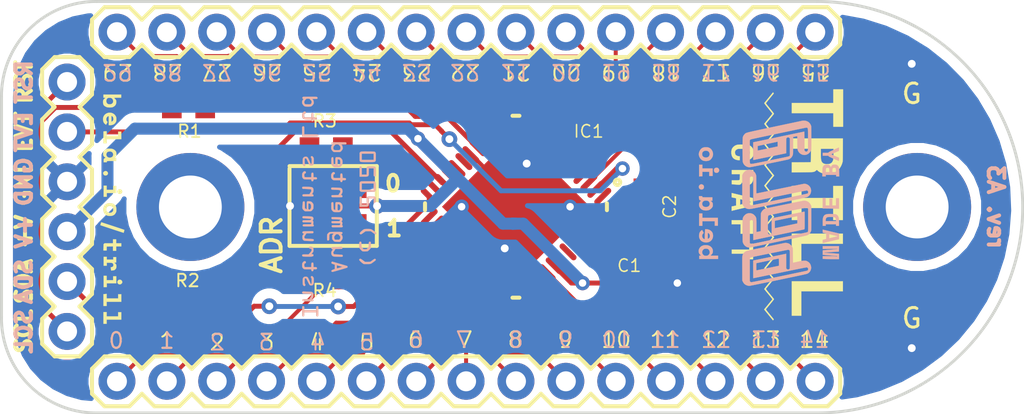
<source format=kicad_pcb>
(kicad_pcb (version 20171130) (host pcbnew 5.1.6+dfsg1-1)
  (layers (0 F.Cu signal hide) (31 B.Cu signal hide) (34 B.Paste user hide) (35 F.Paste user hide) (36 B.SilkS user) (37 F.SilkS user) (38 B.Mask user hide) (39 F.Mask user hide) (44 Edge.Cuts user))
  (net 0 "")
  (net 1 GND)
  (net 2 VCC)
  (net 3 /I2C_SCL)
  (net 4 "Net-(IC1-Pad17)")
  (net 5 /I2C_SDA)
  (net 6 "Net-(IC1-Pad22)")
  (net 7 "Net-(IC1-Pad40)")
  (net 8 "Net-(IC1-Pad39)")
  (net 9 "Net-(IC1-Pad38)")
  (net 10 "Net-(IC1-Pad37)")
  (net 11 "Net-(IC1-Pad28)")
  (net 12 "Net-(IC1-Pad27)")
  (net 13 /XRES)
  (net 14 "Net-(IC1-Pad25)")
  (net 15 "Net-(IC1-Pad24)")
  (net 16 "Net-(IC1-Pad23)")
  (net 17 "Net-(IC1-Pad12)")
  (net 18 "Net-(IC1-Pad11)")
  (net 19 "Net-(IC1-Pad10)")
  (net 20 "Net-(IC1-Pad9)")
  (net 21 "Net-(C2-Pad1)")
  (net 22 "Net-(IC1-Pad46)")
  (net 23 "Net-(IC1-Pad45)")
  (net 24 "Net-(IC1-Pad44)")
  (net 25 "Net-(IC1-Pad36)")
  (net 26 "Net-(IC1-Pad35)")
  (net 27 "Net-(IC1-Pad34)")
  (net 28 "Net-(IC1-Pad33)")
  (net 29 "Net-(IC1-Pad32)")
  (net 30 "Net-(IC1-Pad31)")
  (net 31 "Net-(IC1-Pad30)")
  (net 32 "Net-(IC1-Pad29)")
  (net 33 "Net-(IC1-Pad16)")
  (net 34 "Net-(IC1-Pad13)")
  (net 35 "Net-(IC1-Pad8)")
  (net 36 "Net-(IC1-Pad7)")
  (net 37 "Net-(IC1-Pad6)")
  (net 38 /EVENT)
  (net 39 "Net-(IC1-Pad3)")
  (net 40 "Net-(IC1-Pad4)")
  (net 41 "Net-(IC1-Pad5)")
  (module cap-touch-breakout:top_silkscreen_ (layer F.Cu) (at 153.543 105.156)
    (fp_text reference G*** hide)
    (fp_text value LOGO hide)
  )
  (module cap-touch-breakout:back_silkscreen_ (layer B.Cu) (at 153.543 104.902)
    (fp_text reference G*** hide)
    (fp_text value LOGO hide)
  )
  (module cap-touch-breakout:Circular_pad_smd (layer F.Cu) (at 171.958 99.949)
    (fp_text reference G (at 1.778 -0.635) (layer F.SilkS))
    (fp_text value Conn_01x01_Female)
    (pad 1 smd circle (at 0 -2.159) (size 3 3) (layers F.Cu F.Paste F.Mask) (net 1 GND))
  )
  (module cap-touch-breakout:Circular_pad_smd (layer F.Cu) (at 171.958 114.427)
    (fp_text reference G (at 1.778 -3.683) (layer F.SilkS))
    (fp_text value Conn_01x01_Female)
    (pad 1 smd circle (at 0 -2.159) (size 3 3) (layers F.Cu F.Paste F.Mask) (net 1 GND))
  )
  (module cap-touch-breakout:QFN48-LEADS (layer F.Cu) (at 153.5811 105.0671 225)
    (fp_text reference IC1 (at -4.490128 0.413092) (layer F.SilkS) (effects (font (size 0.635 0.635) (thickness 0.077216)) (justify left bottom)))
    (fp_text value CY8C206X6A)
    (pad 1 smd roundrect (at -3.5 -2.75 225) (size 1.1 0.3) (layers F.Cu F.Mask) (roundrect_rratio 0.5))
    (pad 2 smd roundrect (at -3.5 -2.25 225) (size 1.1 0.3) (layers F.Cu F.Mask) (roundrect_rratio 0.5) (net 38 /EVENT))
    (pad 3 smd roundrect (at -3.5 -1.75 225) (size 1.1 0.3) (layers F.Cu F.Mask) (roundrect_rratio 0.5) (net 39 "Net-(IC1-Pad3)"))
    (pad 4 smd roundrect (at -3.5 -1.25 225) (size 1.1 0.3) (layers F.Cu F.Mask) (roundrect_rratio 0.5) (net 40 "Net-(IC1-Pad4)"))
    (pad 5 smd roundrect (at -3.5 -0.75 225) (size 1.1 0.3) (layers F.Cu F.Mask) (roundrect_rratio 0.5) (net 41 "Net-(IC1-Pad5)"))
    (pad 6 smd roundrect (at -3.5 -0.25 225) (size 1.1 0.3) (layers F.Cu F.Mask) (roundrect_rratio 0.5) (net 37 "Net-(IC1-Pad6)"))
    (pad 7 smd roundrect (at -3.5 0.25 225) (size 1.1 0.3) (layers F.Cu F.Mask) (roundrect_rratio 0.5) (net 36 "Net-(IC1-Pad7)"))
    (pad 8 smd roundrect (at -3.5 0.75 225) (size 1.1 0.3) (layers F.Cu F.Mask) (roundrect_rratio 0.5) (net 35 "Net-(IC1-Pad8)"))
    (pad 13 smd roundrect (at -2.75 3.5 315) (size 1.1 0.3) (layers F.Cu F.Mask) (roundrect_rratio 0.5) (net 34 "Net-(IC1-Pad13)"))
    (pad 14 smd roundrect (at -2.25 3.5 315) (size 1.1 0.3) (layers F.Cu F.Mask) (roundrect_rratio 0.5))
    (pad 15 smd roundrect (at -1.75 3.5 315) (size 1.1 0.3) (layers F.Cu F.Mask) (roundrect_rratio 0.5))
    (pad 16 smd roundrect (at -1.25 3.5 315) (size 1.1 0.3) (layers F.Cu F.Mask) (roundrect_rratio 0.5) (net 33 "Net-(IC1-Pad16)"))
    (pad 17 smd roundrect (at -0.75 3.5 315) (size 1.1 0.3) (layers F.Cu F.Mask) (roundrect_rratio 0.5) (net 4 "Net-(IC1-Pad17)"))
    (pad 18 smd roundrect (at -0.25 3.5 315) (size 1.1 0.3) (layers F.Cu F.Mask) (roundrect_rratio 0.5) (net 1 GND))
    (pad 19 smd roundrect (at 0.25 3.5 315) (size 1.1 0.3) (layers F.Cu F.Mask) (roundrect_rratio 0.5))
    (pad 20 smd roundrect (at 0.75 3.5 315) (size 1.1 0.3) (layers F.Cu F.Mask) (roundrect_rratio 0.5))
    (pad 29 smd roundrect (at 3.5 0.75 45) (size 1.1 0.3) (layers F.Cu F.Mask) (roundrect_rratio 0.5) (net 32 "Net-(IC1-Pad29)"))
    (pad 30 smd roundrect (at 3.5 0.25 45) (size 1.1 0.3) (layers F.Cu F.Mask) (roundrect_rratio 0.5) (net 31 "Net-(IC1-Pad30)"))
    (pad 31 smd roundrect (at 3.5 -0.25 45) (size 1.1 0.3) (layers F.Cu F.Mask) (roundrect_rratio 0.5) (net 30 "Net-(IC1-Pad31)"))
    (pad 32 smd roundrect (at 3.5 -0.75 45) (size 1.1 0.3) (layers F.Cu F.Mask) (roundrect_rratio 0.5) (net 29 "Net-(IC1-Pad32)"))
    (pad 33 smd roundrect (at 3.5 -1.25 45) (size 1.1 0.3) (layers F.Cu F.Mask) (roundrect_rratio 0.5) (net 28 "Net-(IC1-Pad33)"))
    (pad 34 smd roundrect (at 3.5 -1.75 45) (size 1.1 0.3) (layers F.Cu F.Mask) (roundrect_rratio 0.5) (net 27 "Net-(IC1-Pad34)"))
    (pad 35 smd roundrect (at 3.5 -2.25 45) (size 1.1 0.3) (layers F.Cu F.Mask) (roundrect_rratio 0.5) (net 26 "Net-(IC1-Pad35)"))
    (pad 36 smd roundrect (at 3.5 -2.75 45) (size 1.1 0.3) (layers F.Cu F.Mask) (roundrect_rratio 0.5) (net 25 "Net-(IC1-Pad36)"))
    (pad 41 smd roundrect (at 0.75 -3.5 135) (size 1.1 0.3) (layers F.Cu F.Mask) (roundrect_rratio 0.5) (net 2 VCC))
    (pad 42 smd roundrect (at 0.25 -3.5 135) (size 1.1 0.3) (layers F.Cu F.Mask) (roundrect_rratio 0.5))
    (pad 43 smd roundrect (at -0.25 -3.5 135) (size 1.1 0.3) (layers F.Cu F.Mask) (roundrect_rratio 0.5))
    (pad 44 smd roundrect (at -0.75 -3.5 135) (size 1.1 0.3) (layers F.Cu F.Mask) (roundrect_rratio 0.5) (net 24 "Net-(IC1-Pad44)"))
    (pad 45 smd roundrect (at -1.25 -3.5 135) (size 1.1 0.3) (layers F.Cu F.Mask) (roundrect_rratio 0.5) (net 23 "Net-(IC1-Pad45)"))
    (pad 46 smd roundrect (at -1.75 -3.5 135) (size 1.1 0.3) (layers F.Cu F.Mask) (roundrect_rratio 0.5) (net 22 "Net-(IC1-Pad46)"))
    (pad 47 smd roundrect (at -2.25 -3.5 135) (size 1.1 0.3) (layers F.Cu F.Mask) (roundrect_rratio 0.5) (net 1 GND))
    (pad 48 smd roundrect (at -2.75 -3.5 135) (size 1.1 0.3) (layers F.Cu F.Mask) (roundrect_rratio 0.5) (net 21 "Net-(C2-Pad1)"))
    (pad EXP smd rect (at 0 0 225) (size 5.33 5.33) (layers F.Cu F.Mask) (net 1 GND))
    (pad 9 smd roundrect (at -3.5 1.25 225) (size 1.1 0.3) (layers F.Cu F.Mask) (roundrect_rratio 0.5) (net 20 "Net-(IC1-Pad9)"))
    (pad 10 smd roundrect (at -3.5 1.75 225) (size 1.1 0.3) (layers F.Cu F.Mask) (roundrect_rratio 0.5) (net 19 "Net-(IC1-Pad10)"))
    (pad 11 smd roundrect (at -3.5 2.25 225) (size 1.1 0.3) (layers F.Cu F.Mask) (roundrect_rratio 0.5) (net 18 "Net-(IC1-Pad11)"))
    (pad 12 smd roundrect (at -3.5 2.75 225) (size 1.1 0.3) (layers F.Cu F.Mask) (roundrect_rratio 0.5) (net 17 "Net-(IC1-Pad12)"))
    (pad 21 smd roundrect (at 1.25 3.5 315) (size 1.1 0.3) (layers F.Cu F.Mask) (roundrect_rratio 0.5) (net 2 VCC))
    (pad 22 smd roundrect (at 1.75 3.5 315) (size 1.1 0.3) (layers F.Cu F.Mask) (roundrect_rratio 0.5) (net 6 "Net-(IC1-Pad22)"))
    (pad 23 smd roundrect (at 2.25 3.5 315) (size 1.1 0.3) (layers F.Cu F.Mask) (roundrect_rratio 0.5) (net 16 "Net-(IC1-Pad23)"))
    (pad 24 smd roundrect (at 2.75 3.5 315) (size 1.1 0.3) (layers F.Cu F.Mask) (roundrect_rratio 0.5) (net 15 "Net-(IC1-Pad24)"))
    (pad 25 smd roundrect (at 3.5 2.75 45) (size 1.1 0.3) (layers F.Cu F.Mask) (roundrect_rratio 0.5) (net 14 "Net-(IC1-Pad25)"))
    (pad 26 smd roundrect (at 3.5 2.25 45) (size 1.1 0.3) (layers F.Cu F.Mask) (roundrect_rratio 0.5) (net 13 /XRES))
    (pad 27 smd roundrect (at 3.5 1.75 45) (size 1.1 0.3) (layers F.Cu F.Mask) (roundrect_rratio 0.5) (net 12 "Net-(IC1-Pad27)"))
    (pad 28 smd roundrect (at 3.5 1.25 45) (size 1.1 0.3) (layers F.Cu F.Mask) (roundrect_rratio 0.5) (net 11 "Net-(IC1-Pad28)"))
    (pad 37 smd roundrect (at 2.75 -3.5 135) (size 1.1 0.3) (layers F.Cu F.Mask) (roundrect_rratio 0.5) (net 10 "Net-(IC1-Pad37)"))
    (pad 38 smd roundrect (at 2.25 -3.5 135) (size 1.1 0.3) (layers F.Cu F.Mask) (roundrect_rratio 0.5) (net 9 "Net-(IC1-Pad38)"))
    (pad 39 smd roundrect (at 1.75 -3.5 135) (size 1.1 0.3) (layers F.Cu F.Mask) (roundrect_rratio 0.5) (net 8 "Net-(IC1-Pad39)"))
    (pad 40 smd roundrect (at 1.25 -3.5 135) (size 1.1 0.3) (layers F.Cu F.Mask) (roundrect_rratio 0.5) (net 7 "Net-(IC1-Pad40)"))
  )
  (module Mounting_Holes:MountingHole_3.2mm_M3_ISO14580_Pad (layer F.Cu) (at 174 105.029)
    (fp_text reference "" (at 0 -3.75) (layer F.SilkS))
    (fp_text value MountingHole_3.2mm_M3_ISO14580_Pad)
    (pad 1 thru_hole circle (at 0.01 0.0508) (size 5.5 5.5) (drill 3.2) (layers *.Cu *.Mask))
  )
  (module Mounting_Holes:MountingHole_3.2mm_M3_ISO14580_Pad (layer F.Cu) (at 137 105.029)
    (fp_text reference "" (at 0 -3.75) (layer F.SilkS))
    (fp_text value MountingHole_3.2mm_M3_ISO14580_Pad)
    (pad 2 thru_hole circle (at 0 0.0508) (size 5.5 5.5) (drill 3.2) (layers *.Cu *.Mask))
  )
  (module cap-touch-breakout:C0603 (layer F.Cu) (at 159.346 109.0803 180)
    (fp_text reference C1 (at -0.674 1.3843) (layer F.SilkS) (effects (font (size 0.635 0.635) (thickness 0.077216)) (justify right top)))
    (fp_text value C-USC0603)
    (pad 1 smd rect (at -0.85 0 180) (size 1.1 1) (layers F.Cu F.Paste F.Mask) (net 1 GND))
    (pad 2 smd rect (at 0.85 0 180) (size 1.1 1) (layers F.Cu F.Paste F.Mask) (net 2 VCC))
  )
  (module cap-touch-breakout:C0603 (layer F.Cu) (at 160.0708 105.029 270)
    (fp_text reference C2 (at -0.635 -0.9652 90) (layer F.SilkS) (effects (font (size 0.635 0.635) (thickness 0.077216)) (justify right top)))
    (fp_text value C-USC0603)
    (pad 1 smd rect (at -0.85 0 270) (size 1.1 1) (layers F.Cu F.Paste F.Mask) (net 21 "Net-(C2-Pad1)"))
    (pad 2 smd rect (at 0.85 0 270) (size 1.1 1) (layers F.Cu F.Paste F.Mask) (net 1 GND))
  )
  (module cap-touch-breakout:R0603 (layer F.Cu) (at 136.906 100.0125 180)
    (fp_text reference R1 (at 0.635 -1.5875) (layer F.SilkS) (effects (font (size 0.635 0.635) (thickness 0.09652)) (justify left bottom)))
    (fp_text value R-EU_R0603)
    (pad 2 smd rect (at 0.85 0 180) (size 1 1.1) (layers F.Cu F.Paste F.Mask) (net 3 /I2C_SCL))
    (pad 1 smd rect (at -0.85 0 180) (size 1 1.1) (layers F.Cu F.Paste F.Mask) (net 4 "Net-(IC1-Pad17)"))
  )
  (module cap-touch-breakout:R0603 (layer F.Cu) (at 136.906 110.0582 180)
    (fp_text reference R2 (at -0.635 1.6002) (layer F.SilkS) (effects (font (size 0.635 0.635) (thickness 0.09652)) (justify right top)))
    (fp_text value R-EU_R0603)
    (pad 1 smd rect (at -0.85 0 180) (size 1 1.1) (layers F.Cu F.Paste F.Mask) (net 6 "Net-(IC1-Pad22)"))
    (pad 2 smd rect (at 0.85 0 180) (size 1 1.1) (layers F.Cu F.Paste F.Mask) (net 5 /I2C_SDA))
  )
  (module cap-touch-breakout:1X06 (layer F.Cu) (at 130.7211 98.7171 270)
    (fp_text reference JP1 hide)
    (fp_text value M06SILK_FEMALE_PTH)
    (pad 6 thru_hole circle (at 12.7 0) (size 1.8796 1.8796) (drill 1.016) (layers *.Cu *.Mask) (net 3 /I2C_SCL))
    (pad 5 thru_hole circle (at 10.16 0) (size 1.8796 1.8796) (drill 1.016) (layers *.Cu *.Mask) (net 5 /I2C_SDA))
    (pad 4 thru_hole circle (at 7.62 0) (size 1.8796 1.8796) (drill 1.016) (layers *.Cu *.Mask) (net 2 VCC))
    (pad 3 thru_hole circle (at 5.08 0) (size 1.8796 1.8796) (drill 1.016) (layers *.Cu *.Mask) (net 1 GND))
    (pad 2 thru_hole circle (at 2.54 0) (size 1.8796 1.8796) (drill 1.016) (layers *.Cu *.Mask) (net 38 /EVENT))
    (pad 1 thru_hole circle (at 0 0) (size 1.8796 1.8796) (drill 1.016) (layers *.Cu *.Mask) (net 13 /XRES))
  )
  (module cap-touch-breakout:1X15 (layer F.Cu) (at 168.8211 96.1771 180)
    (fp_text reference JP3 hide)
    (fp_text value Conn_01x15_Female)
    (pad 14 thru_hole circle (at 33.02 0 270) (size 1.8796 1.8796) (drill 1.016) (layers *.Cu *.Mask) (net 34 "Net-(IC1-Pad13)"))
    (pad 15 thru_hole circle (at 35.56 0 270) (size 1.8796 1.8796) (drill 1.016) (layers *.Cu *.Mask) (net 33 "Net-(IC1-Pad16)"))
    (pad 13 thru_hole circle (at 30.48 0 270) (size 1.8796 1.8796) (drill 1.016) (layers *.Cu *.Mask) (net 17 "Net-(IC1-Pad12)"))
    (pad 12 thru_hole circle (at 27.94 0 270) (size 1.8796 1.8796) (drill 1.016) (layers *.Cu *.Mask) (net 18 "Net-(IC1-Pad11)"))
    (pad 11 thru_hole circle (at 25.4 0 270) (size 1.8796 1.8796) (drill 1.016) (layers *.Cu *.Mask) (net 19 "Net-(IC1-Pad10)"))
    (pad 10 thru_hole circle (at 22.86 0 270) (size 1.8796 1.8796) (drill 1.016) (layers *.Cu *.Mask) (net 20 "Net-(IC1-Pad9)"))
    (pad 9 thru_hole circle (at 20.32 0 270) (size 1.8796 1.8796) (drill 1.016) (layers *.Cu *.Mask) (net 35 "Net-(IC1-Pad8)"))
    (pad 8 thru_hole circle (at 17.78 0 270) (size 1.8796 1.8796) (drill 1.016) (layers *.Cu *.Mask) (net 36 "Net-(IC1-Pad7)"))
    (pad 7 thru_hole circle (at 15.24 0 270) (size 1.8796 1.8796) (drill 1.016) (layers *.Cu *.Mask) (net 37 "Net-(IC1-Pad6)"))
    (pad 6 thru_hole circle (at 12.7 0 270) (size 1.8796 1.8796) (drill 1.016) (layers *.Cu *.Mask) (net 41 "Net-(IC1-Pad5)"))
    (pad 5 thru_hole circle (at 10.16 0 270) (size 1.8796 1.8796) (drill 1.016) (layers *.Cu *.Mask) (net 40 "Net-(IC1-Pad4)"))
    (pad 4 thru_hole circle (at 7.62 0 270) (size 1.8796 1.8796) (drill 1.016) (layers *.Cu *.Mask) (net 39 "Net-(IC1-Pad3)"))
    (pad 3 thru_hole circle (at 5.08 0 270) (size 1.8796 1.8796) (drill 1.016) (layers *.Cu *.Mask) (net 22 "Net-(IC1-Pad46)"))
    (pad 2 thru_hole circle (at 2.54 0 270) (size 1.8796 1.8796) (drill 1.016) (layers *.Cu *.Mask) (net 23 "Net-(IC1-Pad45)"))
    (pad 1 thru_hole circle (at 0 0 270) (size 1.8796 1.8796) (drill 1.016) (layers *.Cu *.Mask) (net 24 "Net-(IC1-Pad44)"))
  )
  (module cap-touch-breakout:1X15 (layer F.Cu) (at 133.2611 113.9571)
    (fp_text reference JP4 hide)
    (fp_text value Conn_01x15_Female)
    (pad 1 thru_hole circle (at 0 0 90) (size 1.8796 1.8796) (drill 1.016) (layers *.Cu *.Mask) (net 14 "Net-(IC1-Pad25)"))
    (pad 2 thru_hole circle (at 2.54 0 90) (size 1.8796 1.8796) (drill 1.016) (layers *.Cu *.Mask) (net 12 "Net-(IC1-Pad27)"))
    (pad 3 thru_hole circle (at 5.08 0 90) (size 1.8796 1.8796) (drill 1.016) (layers *.Cu *.Mask) (net 11 "Net-(IC1-Pad28)"))
    (pad 4 thru_hole circle (at 7.62 0 90) (size 1.8796 1.8796) (drill 1.016) (layers *.Cu *.Mask) (net 32 "Net-(IC1-Pad29)"))
    (pad 5 thru_hole circle (at 10.16 0 90) (size 1.8796 1.8796) (drill 1.016) (layers *.Cu *.Mask) (net 31 "Net-(IC1-Pad30)"))
    (pad 6 thru_hole circle (at 12.7 0 90) (size 1.8796 1.8796) (drill 1.016) (layers *.Cu *.Mask) (net 30 "Net-(IC1-Pad31)"))
    (pad 7 thru_hole circle (at 15.24 0 90) (size 1.8796 1.8796) (drill 1.016) (layers *.Cu *.Mask) (net 29 "Net-(IC1-Pad32)"))
    (pad 8 thru_hole circle (at 17.78 0 90) (size 1.8796 1.8796) (drill 1.016) (layers *.Cu *.Mask) (net 28 "Net-(IC1-Pad33)"))
    (pad 9 thru_hole circle (at 20.32 0 90) (size 1.8796 1.8796) (drill 1.016) (layers *.Cu *.Mask) (net 27 "Net-(IC1-Pad34)"))
    (pad 10 thru_hole circle (at 22.86 0 90) (size 1.8796 1.8796) (drill 1.016) (layers *.Cu *.Mask) (net 26 "Net-(IC1-Pad35)"))
    (pad 11 thru_hole circle (at 25.4 0 90) (size 1.8796 1.8796) (drill 1.016) (layers *.Cu *.Mask) (net 25 "Net-(IC1-Pad36)"))
    (pad 12 thru_hole circle (at 27.94 0 90) (size 1.8796 1.8796) (drill 1.016) (layers *.Cu *.Mask) (net 10 "Net-(IC1-Pad37)"))
    (pad 13 thru_hole circle (at 30.48 0 90) (size 1.8796 1.8796) (drill 1.016) (layers *.Cu *.Mask) (net 9 "Net-(IC1-Pad38)"))
    (pad 15 thru_hole circle (at 35.56 0 90) (size 1.8796 1.8796) (drill 1.016) (layers *.Cu *.Mask) (net 7 "Net-(IC1-Pad40)"))
    (pad 14 thru_hole circle (at 33.02 0 90) (size 1.8796 1.8796) (drill 1.016) (layers *.Cu *.Mask) (net 8 "Net-(IC1-Pad39)"))
  )
  (module cap-touch-breakout:DOUBLE_SOLDER_JUMPER (layer F.Cu) (at 145.472 104.0257 180)
    (fp_text reference Jumper0 hide)
    (fp_text value Conn_01x03_Female hide)
    (pad 1 smd rect (at 0 0 180) (size 1 1.2) (layers F.Cu F.Paste F.Mask) (net 2 VCC))
    (pad 2 smd rect (at 1.2 0 180) (size 1 1.2) (layers F.Cu F.Paste F.Mask) (net 16 "Net-(IC1-Pad23)"))
    (pad 3 smd rect (at 2.4003 0 180) (size 1 1.2) (layers F.Cu F.Paste F.Mask) (net 1 GND))
  )
  (module cap-touch-breakout:DOUBLE_SOLDER_JUMPER (layer F.Cu) (at 145.472 106.045 180)
    (fp_text reference Jumper1 hide)
    (fp_text value Conn_01x03_Female hide)
    (pad 1 smd rect (at 0 0 180) (size 1 1.2) (layers F.Cu F.Paste F.Mask) (net 2 VCC))
    (pad 2 smd rect (at 1.2 0 180) (size 1 1.2) (layers F.Cu F.Paste F.Mask) (net 15 "Net-(IC1-Pad24)"))
    (pad 3 smd rect (at 2.4003 0 180) (size 1 1.2) (layers F.Cu F.Paste F.Mask) (net 1 GND))
  )
  (module cap-touch-breakout:R0603 (layer F.Cu) (at 143.9164 102.0826 180)
    (fp_text reference R3 (at -0.6096 1.7526) (layer F.SilkS) (effects (font (size 0.635 0.635) (thickness 0.09652)) (justify right top)))
    (fp_text value R-EU_R0603)
    (pad 1 smd rect (at -0.85 0 180) (size 1 1.1) (layers F.Cu F.Paste F.Mask) (net 16 "Net-(IC1-Pad23)"))
    (pad 2 smd rect (at 0.85 0 180) (size 1 1.1) (layers F.Cu F.Paste F.Mask) (net 1 GND))
  )
  (module cap-touch-breakout:R0603 (layer F.Cu) (at 143.9164 107.9881 180)
    (fp_text reference R4 (at -0.6096 -0.9779) (layer F.SilkS) (effects (font (size 0.635 0.635) (thickness 0.09652)) (justify right top)))
    (fp_text value R-EU_R0603)
    (pad 2 smd rect (at 0.85 0 180) (size 1 1.1) (layers F.Cu F.Paste F.Mask) (net 1 GND))
    (pad 1 smd rect (at -0.85 0 180) (size 1 1.1) (layers F.Cu F.Paste F.Mask) (net 15 "Net-(IC1-Pad24)"))
  )
  (gr_text 10 (at 157.8864 111.379) (layer B.SilkS) (effects (font (size 0.8 0.8) (thickness 0.1)) (justify right top mirror)))
  (gr_text 9 (at 155.6766 111.379) (layer B.SilkS) (effects (font (size 0.8 0.8) (thickness 0.1)) (justify right top mirror)))
  (gr_text 7 (at 150.4442 111.379) (layer B.SilkS) (effects (font (size 0.8 0.8) (thickness 0.1)) (justify right top mirror)))
  (gr_text 6 (at 148.0566 111.379) (layer B.SilkS) (effects (font (size 0.8 0.8) (thickness 0.1)) (justify right top mirror)))
  (gr_text 5 (at 145.542 111.506) (layer B.SilkS) (effects (font (size 0.8 0.8) (thickness 0.1)) (justify right top mirror)))
  (gr_text 4 (at 143.0782 111.506) (layer B.SilkS) (effects (font (size 0.8 0.8) (thickness 0.1)) (justify right top mirror)))
  (gr_text 3 (at 140.4112 111.506) (layer B.SilkS) (effects (font (size 0.8 0.8) (thickness 0.1)) (justify right top mirror)))
  (gr_text 2 (at 137.922 111.506) (layer B.SilkS) (effects (font (size 0.8 0.8) (thickness 0.1)) (justify right top mirror)))
  (gr_text 1 (at 135.8138 111.887) (layer B.SilkS) (effects (font (size 0.8 0.8) (thickness 0.1)) (justify mirror)))
  (gr_text "11\n" (at 160.3756 111.379) (layer B.SilkS) (effects (font (size 0.8 0.8) (thickness 0.1)) (justify right top mirror)))
  (gr_text "12\n" (at 162.9664 111.379) (layer B.SilkS) (effects (font (size 0.8 0.8) (thickness 0.1)) (justify right top mirror)))
  (gr_text 0 (at 133.223 111.887) (layer B.SilkS) (effects (font (size 0.8 0.8) (thickness 0.1)) (justify mirror)))
  (gr_text 14 (at 167.9575 111.379) (layer B.SilkS) (effects (font (size 0.8 0.8) (thickness 0.1)) (justify right top mirror)))
  (gr_text 13 (at 165.481 111.379) (layer B.SilkS) (effects (font (size 0.8 0.8) (thickness 0.1)) (justify right top mirror)))
  (gr_text 8 (at 153.1366 111.379) (layer B.SilkS) (effects (font (size 0.8 0.8) (thickness 0.1)) (justify right top mirror)))
  (gr_text 24 (at 146.812 98.679 180) (layer B.SilkS) (effects (font (size 0.8 0.8) (thickness 0.1)) (justify right top mirror)))
  (gr_text 25 (at 144.272 98.679 180) (layer B.SilkS) (effects (font (size 0.8 0.8) (thickness 0.1)) (justify right top mirror)))
  (gr_text 23 (at 149.352 98.679 180) (layer B.SilkS) (effects (font (size 0.8 0.8) (thickness 0.1)) (justify right top mirror)))
  (gr_text 22 (at 151.8158 98.679 180) (layer B.SilkS) (effects (font (size 0.8 0.8) (thickness 0.1)) (justify right top mirror)))
  (gr_text 21 (at 154.4066 98.679 180) (layer B.SilkS) (effects (font (size 0.8 0.8) (thickness 0.1)) (justify right top mirror)))
  (gr_text 20 (at 156.972 98.679 180) (layer B.SilkS) (effects (font (size 0.8 0.8) (thickness 0.1)) (justify right top mirror)))
  (gr_text 19 (at 159.512 98.679 180) (layer B.SilkS) (effects (font (size 0.8 0.8) (thickness 0.1)) (justify right top mirror)))
  (gr_text 18 (at 162.052 98.679 180) (layer B.SilkS) (effects (font (size 0.8 0.8) (thickness 0.1)) (justify right top mirror)))
  (gr_text 17 (at 164.592 98.679 180) (layer B.SilkS) (effects (font (size 0.8 0.8) (thickness 0.1)) (justify right top mirror)))
  (gr_text 16 (at 167.132 98.679 180) (layer B.SilkS) (effects (font (size 0.8 0.8) (thickness 0.1)) (justify right top mirror)))
  (gr_text 15 (at 169.672 98.679 180) (layer B.SilkS) (effects (font (size 0.8 0.8) (thickness 0.1)) (justify right top mirror)))
  (gr_text 28 (at 136.652 98.679 180) (layer B.SilkS) (effects (font (size 0.8 0.8) (thickness 0.1)) (justify right top mirror)))
  (gr_text 27 (at 139.1793 98.679 180) (layer B.SilkS) (effects (font (size 0.8 0.8) (thickness 0.1)) (justify right top mirror)))
  (gr_text 26 (at 141.732 98.679 180) (layer B.SilkS) (effects (font (size 0.8 0.8) (thickness 0.1)) (justify right top mirror)))
  (gr_text 29 (at 134.112 98.679 180) (layer B.SilkS) (effects (font (size 0.8 0.8) (thickness 0.1)) (justify right top mirror)))
  (gr_text RST (at 128.524 98.7171 90) (layer B.SilkS) (effects (font (size 0.8 0.8) (thickness 0.2)) (justify mirror)))
  (gr_text EVT (at 128.524 101.2571 90) (layer B.SilkS) (effects (font (size 0.8 0.8) (thickness 0.2)) (justify mirror)))
  (gr_text SDA (at 128.524 108.8771 90) (layer B.SilkS) (effects (font (size 0.8 0.8) (thickness 0.2)) (justify mirror)))
  (gr_text +V (at 128.524 106.3371 90) (layer B.SilkS) (effects (font (size 0.8 0.8) (thickness 0.2)) (justify mirror)))
  (gr_text GND (at 128.524 103.7971 90) (layer B.SilkS) (effects (font (size 0.8 0.8) (thickness 0.2)) (justify mirror)))
  (gr_text SCL (at 128.524271 111.4171 90) (layer B.SilkS) (effects (font (size 0.8 0.8) (thickness 0.2)) (justify mirror)))
  (gr_text 8 (at 153.9875 111.379) (layer F.SilkS) (effects (font (size 0.8 0.8) (thickness 0.1)) (justify right top)))
  (gr_text 29 (at 132.461 98.679 180) (layer F.SilkS) (effects (font (size 0.8 0.8) (thickness 0.1)) (justify right top)))
  (gr_text 27 (at 137.5283 98.679 180) (layer F.SilkS) (effects (font (size 0.8 0.8) (thickness 0.1)) (justify right top)))
  (gr_text 26 (at 140.081 98.679 180) (layer F.SilkS) (effects (font (size 0.8 0.8) (thickness 0.1)) (justify right top)))
  (gr_text 28 (at 135.001 98.679 180) (layer F.SilkS) (effects (font (size 0.8 0.8) (thickness 0.1)) (justify right top)))
  (gr_text 13 (at 167.132 111.379) (layer F.SilkS) (effects (font (size 0.8 0.8) (thickness 0.1)) (justify right top)))
  (gr_text 14 (at 169.6085 111.379) (layer F.SilkS) (effects (font (size 0.8 0.8) (thickness 0.1)) (justify right top)))
  (gr_text 1 (at 147.3835 106.172) (layer F.SilkS) (effects (font (size 0.8 0.8) (thickness 0.2))))
  (gr_text 0 (at 147.32 103.886) (layer F.SilkS) (effects (font (size 0.8 0.8) (thickness 0.2))))
  (gr_line (start 146.4945 102.997) (end 142.0495 102.997) (layer F.SilkS) (width 0.2))
  (gr_line (start 146.4945 107.061) (end 146.4945 102.997) (layer F.SilkS) (width 0.2))
  (gr_line (start 142.0495 107.061) (end 146.4945 107.061) (layer F.SilkS) (width 0.2))
  (gr_line (start 142.0495 103.124) (end 142.0495 107.061) (layer F.SilkS) (width 0.2))
  (gr_text SCL (at 128.524 111.4171 90) (layer F.SilkS) (effects (font (size 0.8 0.8) (thickness 0.2))))
  (gr_text GND (at 128.524 103.7971 90) (layer F.SilkS) (effects (font (size 0.8 0.8) (thickness 0.2))))
  (gr_text +V (at 128.524 106.3371 90) (layer F.SilkS) (effects (font (size 0.8 0.8) (thickness 0.2))))
  (gr_text SDA (at 128.524 108.8771 90) (layer F.SilkS) (effects (font (size 0.8 0.8) (thickness 0.2))))
  (gr_text "rev. A3" (at 177.546 107.315 270) (layer B.SilkS) (effects (font (size 0.8 0.8) (thickness 0.2)) (justify left bottom mirror)))
  (gr_text 15 (at 168.021 98.679 180) (layer F.SilkS) (effects (font (size 0.8 0.8) (thickness 0.1)) (justify right top)))
  (gr_text 16 (at 165.481 98.679 180) (layer F.SilkS) (effects (font (size 0.8 0.8) (thickness 0.1)) (justify right top)))
  (gr_text 17 (at 162.941 98.679 180) (layer F.SilkS) (effects (font (size 0.8 0.8) (thickness 0.1)) (justify right top)))
  (gr_text 18 (at 160.401 98.679 180) (layer F.SilkS) (effects (font (size 0.8 0.8) (thickness 0.1)) (justify right top)))
  (gr_text 19 (at 157.861 98.679 180) (layer F.SilkS) (effects (font (size 0.8 0.8) (thickness 0.1)) (justify right top)))
  (gr_text 20 (at 155.321 98.679 180) (layer F.SilkS) (effects (font (size 0.8 0.8) (thickness 0.1)) (justify right top)))
  (gr_text 21 (at 152.7556 98.679 180) (layer F.SilkS) (effects (font (size 0.8 0.8) (thickness 0.1)) (justify right top)))
  (gr_text 22 (at 150.1648 98.679 180) (layer F.SilkS) (effects (font (size 0.8 0.8) (thickness 0.1)) (justify right top)))
  (gr_text 23 (at 147.701 98.679 180) (layer F.SilkS) (effects (font (size 0.8 0.8) (thickness 0.1)) (justify right top)))
  (gr_text 25 (at 142.621 98.679 180) (layer F.SilkS) (effects (font (size 0.8 0.8) (thickness 0.1)) (justify right top)))
  (gr_line (start 127.381 99.440869) (end 127.381 110.718533) (layer Edge.Cuts) (width 0.15))
  (gr_arc (start 132.207067 110.743933) (end 127.381 110.718533) (angle -90.3) (layer Edge.Cuts) (width 0.15))
  (gr_arc (start 132.207067 99.441) (end 132.232467 94.615) (angle -90.3) (layer Edge.Cuts) (width 0.15))
  (gr_circle (center 158.75 103.8225) (end 158.8135 103.9495) (layer F.SilkS) (width 0.2))
  (gr_arc (start 168.91 105.0925) (end 168.91 115.57) (angle -180) (layer Edge.Cuts) (width 0.15))
  (gr_line (start 132.207 115.57) (end 168.91 115.57) (layer Edge.Cuts) (width 0.15))
  (gr_text 0 (at 133.223 111.887) (layer F.SilkS) (effects (font (size 0.8 0.8) (thickness 0.1))))
  (gr_text "12\n" (at 164.592 111.379) (layer F.SilkS) (effects (font (size 0.8 0.8) (thickness 0.1)) (justify right top)))
  (gr_text "11\n" (at 161.9885 111.379) (layer F.SilkS) (effects (font (size 0.8 0.8) (thickness 0.1)) (justify right top)))
  (gr_line (start 168.91 94.615) (end 132.232467 94.615) (layer Edge.Cuts) (width 0.15))
  (gr_text ADR (at 141.732 108.585 90) (layer F.SilkS) (effects (font (size 1.016 1.016) (thickness 0.2)) (justify left bottom)))
  (gr_text EVT (at 128.524 101.2571 90) (layer F.SilkS) (effects (font (size 0.8 0.8) (thickness 0.2))))
  (gr_text RST (at 128.524 98.7171 90) (layer F.SilkS) (effects (font (size 0.8 0.8) (thickness 0.2))))
  (gr_text 1 (at 135.8011 111.887) (layer F.SilkS) (effects (font (size 0.8 0.8) (thickness 0.1))))
  (gr_text 2 (at 138.811 111.506) (layer F.SilkS) (effects (font (size 0.8 0.8) (thickness 0.1)) (justify right top)))
  (gr_text 3 (at 141.351 111.506) (layer F.SilkS) (effects (font (size 0.8 0.8) (thickness 0.1)) (justify right top)))
  (gr_text 4 (at 143.891 111.506) (layer F.SilkS) (effects (font (size 0.8 0.8) (thickness 0.1)) (justify right top)))
  (gr_text 5 (at 146.431 111.506) (layer F.SilkS) (effects (font (size 0.8 0.8) (thickness 0.1)) (justify right top)))
  (gr_text 6 (at 148.9075 111.379) (layer F.SilkS) (effects (font (size 0.8 0.8) (thickness 0.1)) (justify right top)))
  (gr_text 7 (at 151.4475 111.379) (layer F.SilkS) (effects (font (size 0.8 0.8) (thickness 0.1)) (justify right top)))
  (gr_text 9 (at 156.5275 111.379) (layer F.SilkS) (effects (font (size 0.8 0.8) (thickness 0.1)) (justify right top)))
  (gr_text 10 (at 159.512 111.379) (layer F.SilkS) (effects (font (size 0.8 0.8) (thickness 0.1)) (justify right top)))
  (gr_text 24 (at 145.161 98.679 180) (layer F.SilkS) (effects (font (size 0.8 0.8) (thickness 0.1)) (justify right top)))
  (segment (start 151.283 102.41545) (end 151.31045 102.41545) (width 0.2032) (layer F.Cu) (net 1))
  (segment (start 151.31045 102.41545) (end 152.5651 103.6701) (width 0.2032) (layer F.Cu) (net 1))
  (segment (start 152.5651 103.6701) (end 152.5651 104.0511) (width 0.2032) (layer F.Cu) (net 1))
  (segment (start 152.5651 104.0511) (end 152.7556 104.2416) (width 0.2032) (layer F.Cu) (net 1))
  (segment (start 152.7556 104.2416) (end 153.5811 105.0671) (width 0.2032) (layer F.Cu) (net 1))
  (via (at 161.798 108.9533) (size 0.7366) (drill 0.381) (layers F.Cu B.Cu) (net 1))
  (via (at 156.337 105.0671) (size 0.7366) (drill 0.381) (layers F.Cu B.Cu) (net 1))
  (segment (start 151.9301 105.0671) (end 152.7556 104.2416) (width 0.2032) (layer F.Cu) (net 1))
  (via (at 150.8125 105.0671) (size 0.7366) (drill 0.381) (layers F.Cu B.Cu) (net 1))
  (segment (start 156.1211 105.0671) (end 151.9301 105.0671) (width 0.2032) (layer F.Cu) (net 1))
  (segment (start 157.646962 105.950985) (end 157.646962 105.957963) (width 0.2032) (layer F.Cu) (net 1))
  (segment (start 156.7561 105.0671) (end 153.5811 105.0671) (width 0.2032) (layer F.Cu) (net 1))
  (segment (start 157.646962 105.957963) (end 156.7561 105.0671) (width 0.2032) (layer F.Cu) (net 1))
  (segment (start 153.5811 105.0671) (end 153.5811 105.0671) (width 0.2032) (layer F.Cu) (net 1))
  (via (at 153.0096 107.188) (size 0.8) (drill 0.4) (layers F.Cu B.Cu) (net 1))
  (via (at 154.1272 102.87) (size 0.8) (drill 0.4) (layers F.Cu B.Cu) (net 1))
  (segment (start 160.0708 105.5099) (end 160.0708 105.4599) (width 0.25) (layer F.Cu) (net 1))
  (segment (start 157.646964 105.950983) (end 158.248981 106.553) (width 0.2032) (layer F.Cu) (net 1))
  (segment (start 160.0708 105.879) (end 160.0708 105.9942) (width 0.2032) (layer F.Cu) (net 1))
  (segment (start 159.512 106.553) (end 159.131 106.553) (width 0.2032) (layer F.Cu) (net 1))
  (segment (start 160.0708 105.9942) (end 159.512 106.553) (width 0.2032) (layer F.Cu) (net 1))
  (segment (start 159.131 106.553) (end 159.258 106.553) (width 0.2032) (layer F.Cu) (net 1))
  (segment (start 158.248981 106.553) (end 159.131 106.553) (width 0.2032) (layer F.Cu) (net 1))
  (segment (start 143.0664 104.0204) (end 143.0717 104.0257) (width 0.25) (layer F.Cu) (net 1))
  (segment (start 160.196 108.9533) (end 161.798 108.9533) (width 0.25) (layer F.Cu) (net 1))
  (via (at 142.0749 105.029) (size 0.8) (drill 0.4) (layers F.Cu B.Cu) (net 1))
  (segment (start 143.0717 107.9828) (end 143.0664 107.9881) (width 0.25) (layer F.Cu) (net 1))
  (segment (start 143.0717 106.045) (end 143.0717 107.9828) (width 0.25) (layer F.Cu) (net 1))
  (segment (start 143.0664 102.0826) (end 143.0664 104.0204) (width 0.25) (layer F.Cu) (net 1))
  (segment (start 143.0463 105.029) (end 143.0717 105.0544) (width 0.25) (layer F.Cu) (net 1))
  (segment (start 142.0749 105.029) (end 143.0463 105.029) (width 0.25) (layer F.Cu) (net 1))
  (segment (start 143.0717 105.0544) (end 143.0717 106.045) (width 0.25) (layer F.Cu) (net 1))
  (segment (start 143.0717 104.0257) (end 143.0717 105.0544) (width 0.25) (layer F.Cu) (net 1))
  (via (at 173.736 97.79) (size 0.8) (drill 0.4) (layers F.Cu B.Cu) (net 1))
  (via (at 173.736 112.268) (size 0.8) (drill 0.4) (layers F.Cu B.Cu) (net 1))
  (segment (start 173.736 112.268) (end 171.958 112.268) (width 0.6096) (layer F.Cu) (net 1))
  (segment (start 173.736 97.79) (end 171.958 97.79) (width 0.6096) (layer F.Cu) (net 1))
  (segment (start 150.22234 103.476113) (end 150.212112 103.476113) (width 0.2032) (layer F.Cu) (net 2))
  (via (at 156.972 108.9533) (size 0.7366) (drill 0.381) (layers F.Cu B.Cu) (net 2))
  (segment (start 155.52564 108.072307) (end 155.543559 108.091413) (width 0.2032) (layer F.Cu) (net 2))
  (segment (start 156.40664 108.9533) (end 156.972 108.9533) (width 0.25) (layer F.Cu) (net 2))
  (segment (start 155.525644 108.072304) (end 156.40664 108.9533) (width 0.25) (layer F.Cu) (net 2))
  (segment (start 150.222343 103.47611) (end 150.19941 103.47611) (width 0.25) (layer F.Cu) (net 2))
  (via (at 148.59 101.6) (size 0.7366) (drill 0.381) (layers F.Cu B.Cu) (net 2))
  (via (at 146.5072 105.029) (size 0.8) (drill 0.4) (layers F.Cu B.Cu) (net 2))
  (segment (start 145.472 105.029) (end 145.472 106.045) (width 0.25) (layer F.Cu) (net 2))
  (segment (start 145.472 104.0257) (end 145.472 105.029) (width 0.25) (layer F.Cu) (net 2))
  (segment (start 146.5072 105.029) (end 145.472 105.029) (width 0.25) (layer F.Cu) (net 2))
  (segment (start 132.7785 104.267) (end 132.7785 102.489) (width 0.6096) (layer B.Cu) (net 2))
  (segment (start 131.660899 105.384601) (end 132.7785 104.267) (width 0.6096) (layer B.Cu) (net 2))
  (segment (start 131.660899 105.397301) (end 131.660899 105.384601) (width 0.6096) (layer B.Cu) (net 2))
  (segment (start 130.7211 106.3371) (end 131.660899 105.397301) (width 0.6096) (layer B.Cu) (net 2))
  (segment (start 148.59 101.843767) (end 148.59 101.6) (width 0.25) (layer F.Cu) (net 2))
  (segment (start 150.222343 103.47611) (end 148.59 101.843767) (width 0.25) (layer F.Cu) (net 2))
  (segment (start 146.5072 105.029) (end 149.225 105.029) (width 0.6096) (layer B.Cu) (net 2))
  (segment (start 150.622 103.632) (end 148.59 101.6) (width 0.6096) (layer B.Cu) (net 2))
  (segment (start 149.225 105.029) (end 150.622 103.632) (width 0.6096) (layer B.Cu) (net 2))
  (segment (start 152.9207 105.9307) (end 150.622 103.632) (width 0.6096) (layer B.Cu) (net 2))
  (segment (start 132.7785 102.489) (end 134.1755 101.092) (width 0.6096) (layer B.Cu) (net 2))
  (segment (start 148.082 101.092) (end 148.59 101.6) (width 0.6096) (layer B.Cu) (net 2))
  (segment (start 134.1755 101.092) (end 148.082 101.092) (width 0.6096) (layer B.Cu) (net 2))
  (segment (start 153.5557 105.9307) (end 153.416 105.9307) (width 0.6096) (layer B.Cu) (net 2))
  (segment (start 153.416 105.9307) (end 152.9207 105.9307) (width 0.6096) (layer B.Cu) (net 2))
  (segment (start 157.226 108.9533) (end 158.496 108.9533) (width 0.25) (layer F.Cu) (net 2))
  (segment (start 156.972 108.9533) (end 157.226 108.9533) (width 0.25) (layer F.Cu) (net 2))
  (segment (start 153.416 105.9307) (end 153.4287 105.9307) (width 0.6096) (layer B.Cu) (net 2))
  (segment (start 153.9494 105.9307) (end 156.972 108.9533) (width 0.6096) (layer B.Cu) (net 2))
  (segment (start 153.416 105.9307) (end 153.9494 105.9307) (width 0.6096) (layer B.Cu) (net 2))
  (segment (start 129.3876 110.0836) (end 130.7211 111.4171) (width 0.25) (layer F.Cu) (net 3))
  (segment (start 129.3876 100.75155) (end 129.3876 110.0836) (width 0.25) (layer F.Cu) (net 3))
  (segment (start 129.61865 100.5205) (end 129.3876 100.75155) (width 0.25) (layer F.Cu) (net 3))
  (segment (start 129.68215 100.457) (end 129.61865 100.5205) (width 0.25) (layer F.Cu) (net 3))
  (segment (start 130.12665 100.0125) (end 129.3876 100.75155) (width 0.25) (layer F.Cu) (net 3))
  (segment (start 134.786 100.0125) (end 130.12665 100.0125) (width 0.25) (layer F.Cu) (net 3))
  (segment (start 129.3876 100.75155) (end 129.3876 100.965) (width 0.25) (layer F.Cu) (net 3))
  (segment (start 134.786 100.0125) (end 136.056 100.0125) (width 0.25) (layer F.Cu) (net 3))
  (segment (start 151.636556 102.061897) (end 151.591896 101.998397) (width 0.2032) (layer F.Cu) (net 4))
  (segment (start 151.636556 102.061896) (end 151.636556 101.995163) (width 0.25) (layer F.Cu) (net 4))
  (segment (start 150.03838 100.46372) (end 151.636556 102.061896) (width 0.25) (layer F.Cu) (net 4))
  (segment (start 148.6535 100.46372) (end 150.03838 100.46372) (width 0.25) (layer F.Cu) (net 4))
  (segment (start 148.44432 100.46372) (end 148.6535 100.46372) (width 0.25) (layer F.Cu) (net 4))
  (segment (start 148.448484 100.46372) (end 148.6535 100.46372) (width 0.25) (layer F.Cu) (net 4))
  (segment (start 147.997264 100.0125) (end 148.448484 100.46372) (width 0.25) (layer F.Cu) (net 4))
  (segment (start 137.756 100.0125) (end 147.997264 100.0125) (width 0.25) (layer F.Cu) (net 4))
  (segment (start 131.9022 110.0582) (end 130.7211 108.8771) (width 0.25) (layer F.Cu) (net 5))
  (segment (start 136.056 110.0582) (end 131.9022 110.0582) (width 0.25) (layer F.Cu) (net 5))
  (segment (start 142.324159 101.229799) (end 141.224 102.329958) (width 0.25) (layer F.Cu) (net 6))
  (segment (start 147.202192 101.229799) (end 142.324159 101.229799) (width 0.25) (layer F.Cu) (net 6))
  (segment (start 149.802056 103.829663) (end 147.202192 101.229799) (width 0.25) (layer F.Cu) (net 6))
  (segment (start 149.868789 103.829663) (end 149.802056 103.829663) (width 0.25) (layer F.Cu) (net 6))
  (segment (start 137.756 110.0582) (end 138.506 110.0582) (width 0.25) (layer F.Cu) (net 6))
  (segment (start 138.506 110.0582) (end 141.224 107.3402) (width 0.25) (layer F.Cu) (net 6))
  (segment (start 141.224 106.4895) (end 141.224 106.68) (width 0.25) (layer F.Cu) (net 6))
  (segment (start 141.224 107.3402) (end 141.224 106.4895) (width 0.25) (layer F.Cu) (net 6))
  (segment (start 141.224 102.329958) (end 141.224 106.4895) (width 0.25) (layer F.Cu) (net 6))
  (segment (start 155.172087 108.42586) (end 155.225359 108.48936) (width 0.2032) (layer F.Cu) (net 7))
  (segment (start 165.0365 110.1725) (end 168.8211 113.9571) (width 0.2032) (layer F.Cu) (net 7))
  (segment (start 156.918733 110.1725) (end 165.0365 110.1725) (width 0.2032) (layer F.Cu) (net 7))
  (segment (start 155.17209 108.425857) (end 156.918733 110.1725) (width 0.2032) (layer F.Cu) (net 7))
  (segment (start 154.818534 108.779413) (end 154.880412 108.779413) (width 0.2032) (layer F.Cu) (net 8))
  (segment (start 162.92431 110.60031) (end 166.2811 113.9571) (width 0.2032) (layer F.Cu) (net 8))
  (segment (start 156.639436 110.60031) (end 162.92431 110.60031) (width 0.2032) (layer F.Cu) (net 8))
  (segment (start 154.818537 108.779411) (end 156.639436 110.60031) (width 0.2032) (layer F.Cu) (net 8))
  (segment (start 154.464981 109.132966) (end 154.471965 109.132966) (width 0.2032) (layer F.Cu) (net 9))
  (segment (start 156.355409 111.02339) (end 160.80739 111.02339) (width 0.2032) (layer F.Cu) (net 9))
  (segment (start 160.80739 111.02339) (end 163.7411 113.9571) (width 0.2032) (layer F.Cu) (net 9))
  (segment (start 154.464983 109.132964) (end 156.355409 111.02339) (width 0.2032) (layer F.Cu) (net 9))
  (segment (start 158.69919 111.45519) (end 156.080103 111.45519) (width 0.2032) (layer F.Cu) (net 10))
  (segment (start 155.851513 111.2266) (end 156.029313 111.4044) (width 0.2032) (layer F.Cu) (net 10))
  (segment (start 156.080103 111.45519) (end 155.851513 111.2266) (width 0.2032) (layer F.Cu) (net 10))
  (segment (start 161.2011 113.9571) (end 158.69919 111.45519) (width 0.2032) (layer F.Cu) (net 10))
  (segment (start 154.11143 109.486517) (end 155.851513 111.2266) (width 0.2032) (layer F.Cu) (net 10))
  (segment (start 139.6746 112.6236) (end 138.3411 113.9571) (width 0.2032) (layer F.Cu) (net 11))
  (segment (start 150.222343 106.65809) (end 145.399833 111.4806) (width 0.2032) (layer F.Cu) (net 11))
  (segment (start 142.0114 112.1156) (end 141.5034 112.6236) (width 0.2032) (layer F.Cu) (net 11))
  (segment (start 143.9164 112.1156) (end 142.0114 112.1156) (width 0.2032) (layer F.Cu) (net 11))
  (segment (start 141.5034 112.6236) (end 139.6746 112.6236) (width 0.2032) (layer F.Cu) (net 11))
  (segment (start 145.399833 111.4806) (end 144.5514 111.4806) (width 0.2032) (layer F.Cu) (net 11))
  (segment (start 144.5514 111.4806) (end 143.9164 112.1156) (width 0.2032) (layer F.Cu) (net 11))
  (segment (start 149.868789 106.304537) (end 145.389806 110.78352) (width 0.2032) (layer F.Cu) (net 12))
  (segment (start 135.8011 113.9571) (end 137.1346 112.6236) (width 0.2032) (layer F.Cu) (net 12))
  (segment (start 137.1346 112.6236) (end 138.9634 112.6236) (width 0.2032) (layer F.Cu) (net 12))
  (segment (start 138.9634 112.6236) (end 139.4714 112.1156) (width 0.2032) (layer F.Cu) (net 12))
  (segment (start 139.4714 112.1156) (end 141.3764 112.1156) (width 0.2032) (layer F.Cu) (net 12))
  (segment (start 141.3764 112.1156) (end 141.8844 111.6076) (width 0.2032) (layer F.Cu) (net 12))
  (segment (start 141.8844 111.6076) (end 143.7894 111.6076) (width 0.2032) (layer F.Cu) (net 12))
  (segment (start 143.7894 111.6076) (end 144.4244 110.9726) (width 0.2032) (layer F.Cu) (net 12))
  (segment (start 145.200726 110.9726) (end 145.389806 110.78352) (width 0.2032) (layer F.Cu) (net 12))
  (segment (start 144.4244 110.9726) (end 145.200726 110.9726) (width 0.2032) (layer F.Cu) (net 12))
  (segment (start 130.937 98.933) (end 130.7211 98.7171) (width 0.6096) (layer B.Cu) (net 13))
  (segment (start 149.515234 105.950985) (end 149.515234 105.957966) (width 0.2032) (layer F.Cu) (net 13))
  (segment (start 145.319119 110.1471) (end 149.515236 105.950983) (width 0.25) (layer F.Cu) (net 13))
  (via (at 141.0208 110.1344) (size 0.8) (drill 0.4) (layers F.Cu B.Cu) (net 13))
  (segment (start 145.319119 110.1471) (end 144.526 110.1471) (width 0.25) (layer F.Cu) (net 13))
  (via (at 144.526 110.1471) (size 0.8) (drill 0.4) (layers F.Cu B.Cu) (net 13))
  (segment (start 128.95979 100.47841) (end 129.781301 99.656899) (width 0.25) (layer F.Cu) (net 13))
  (segment (start 129.781301 99.656899) (end 130.7211 98.7171) (width 0.25) (layer F.Cu) (net 13))
  (segment (start 141.0335 110.1471) (end 141.0208 110.1344) (width 0.25) (layer B.Cu) (net 13))
  (segment (start 144.526 110.1471) (end 141.0335 110.1471) (width 0.25) (layer B.Cu) (net 13))
  (segment (start 128.95979 111.3536) (end 128.95979 100.47841) (width 0.25) (layer F.Cu) (net 13))
  (segment (start 128.95979 111.49484) (end 128.95979 111.3536) (width 0.25) (layer F.Cu) (net 13))
  (segment (start 136.24361 112.21919) (end 136.62461 111.83819) (width 0.25) (layer F.Cu) (net 13))
  (segment (start 138.541888 111.83819) (end 140.245678 110.1344) (width 0.25) (layer F.Cu) (net 13))
  (segment (start 136.24162 112.2172) (end 136.24361 112.21919) (width 0.25) (layer F.Cu) (net 13))
  (segment (start 132.7912 112.2172) (end 136.24162 112.2172) (width 0.25) (layer F.Cu) (net 13))
  (segment (start 132.0292 112.9792) (end 132.7912 112.2172) (width 0.25) (layer F.Cu) (net 13))
  (segment (start 129.899708 112.9792) (end 132.0292 112.9792) (width 0.25) (layer F.Cu) (net 13))
  (segment (start 140.245678 110.1344) (end 141.0208 110.1344) (width 0.25) (layer F.Cu) (net 13))
  (segment (start 128.95979 112.039282) (end 129.899708 112.9792) (width 0.25) (layer F.Cu) (net 13))
  (segment (start 136.62461 111.83819) (end 138.541888 111.83819) (width 0.25) (layer F.Cu) (net 13))
  (segment (start 128.95979 111.3536) (end 128.95979 112.039282) (width 0.25) (layer F.Cu) (net 13))
  (segment (start 149.161681 105.597432) (end 149.142343 105.597432) (width 0.2032) (layer F.Cu) (net 14))
  (segment (start 149.142343 105.597432) (end 148.866012 105.873763) (width 0.2032) (layer F.Cu) (net 14))
  (segment (start 145.589913 109.1692) (end 149.161683 105.59743) (width 0.2032) (layer F.Cu) (net 14))
  (segment (start 133.2611 113.9571) (end 134.5946 112.6236) (width 0.2032) (layer F.Cu) (net 14))
  (segment (start 134.5946 112.6236) (end 136.4234 112.6236) (width 0.2032) (layer F.Cu) (net 14))
  (segment (start 136.4234 112.6236) (end 136.8044 112.2426) (width 0.2032) (layer F.Cu) (net 14))
  (segment (start 136.8044 112.2426) (end 138.7094 112.2426) (width 0.2032) (layer F.Cu) (net 14))
  (segment (start 138.7094 112.2426) (end 139.3444 111.6076) (width 0.2032) (layer F.Cu) (net 14))
  (segment (start 139.3444 111.6076) (end 141.2494 111.6076) (width 0.2032) (layer F.Cu) (net 14))
  (segment (start 141.2494 111.6076) (end 141.7574 111.0996) (width 0.2032) (layer F.Cu) (net 14))
  (segment (start 143.6878 109.1692) (end 144.5514 109.1692) (width 0.2032) (layer F.Cu) (net 14))
  (segment (start 141.2494 111.6076) (end 143.6878 109.1692) (width 0.2032) (layer F.Cu) (net 14))
  (segment (start 144.5514 109.1692) (end 145.589913 109.1692) (width 0.2032) (layer F.Cu) (net 14))
  (segment (start 149.161683 104.850817) (end 149.161683 104.848903) (width 0.25) (layer F.Cu) (net 15))
  (segment (start 149.161683 104.848903) (end 149.161683 104.53677) (width 0.25) (layer F.Cu) (net 15))
  (segment (start 146.0244 107.9881) (end 149.161683 104.850817) (width 0.25) (layer F.Cu) (net 15))
  (segment (start 144.7664 107.9881) (end 146.0244 107.9881) (width 0.25) (layer F.Cu) (net 15))
  (segment (start 144.272 107.4937) (end 144.272 106.045) (width 0.25) (layer F.Cu) (net 15))
  (segment (start 144.7664 107.9881) (end 144.272 107.4937) (width 0.25) (layer F.Cu) (net 15))
  (segment (start 149.515234 104.183219) (end 149.515234 104.176235) (width 0.2032) (layer F.Cu) (net 16))
  (segment (start 149.515236 104.183217) (end 147.414619 102.0826) (width 0.25) (layer F.Cu) (net 16))
  (segment (start 144.7664 102.0826) (end 147.414619 102.0826) (width 0.25) (layer F.Cu) (net 16))
  (segment (start 144.272 104.0257) (end 144.272 102.577) (width 0.25) (layer F.Cu) (net 16))
  (segment (start 144.272 102.577) (end 144.7664 102.0826) (width 0.25) (layer F.Cu) (net 16))
  (segment (start 154.111428 100.647685) (end 154.111428 100.599772) (width 0.2032) (layer F.Cu) (net 17))
  (segment (start 139.583701 97.419701) (end 138.3411 96.1771) (width 0.2032) (layer F.Cu) (net 17))
  (segment (start 141.450601 97.419701) (end 139.583701 97.419701) (width 0.2032) (layer F.Cu) (net 17))
  (segment (start 146.02061 98.38291) (end 144.39501 98.38291) (width 0.2032) (layer F.Cu) (net 17))
  (segment (start 141.878411 97.847511) (end 141.450601 97.419701) (width 0.2032) (layer F.Cu) (net 17))
  (segment (start 144.39501 98.38291) (end 143.859611 97.847511) (width 0.2032) (layer F.Cu) (net 17))
  (segment (start 146.37621 98.73851) (end 146.02061 98.38291) (width 0.2032) (layer F.Cu) (net 17))
  (segment (start 148.50981 98.73851) (end 146.37621 98.73851) (width 0.2032) (layer F.Cu) (net 17))
  (segment (start 151.311251 99.558751) (end 150.94821 99.19571) (width 0.2032) (layer F.Cu) (net 17))
  (segment (start 150.94821 99.19571) (end 148.96701 99.19571) (width 0.2032) (layer F.Cu) (net 17))
  (segment (start 153.022498 99.558751) (end 151.311251 99.558751) (width 0.2032) (layer F.Cu) (net 17))
  (segment (start 148.96701 99.19571) (end 148.50981 98.73851) (width 0.2032) (layer F.Cu) (net 17))
  (segment (start 143.859611 97.847511) (end 141.878411 97.847511) (width 0.2032) (layer F.Cu) (net 17))
  (segment (start 154.11143 100.647683) (end 153.022498 99.558751) (width 0.2032) (layer F.Cu) (net 17))
  (segment (start 154.464981 101.001238) (end 154.591981 100.881219) (width 0.2032) (layer F.Cu) (net 18))
  (segment (start 154.464983 101.001236) (end 154.531716 101.001236) (width 0.25) (layer F.Cu) (net 18))
  (segment (start 142.123701 97.419701) (end 142.824651 97.419701) (width 0.2032) (layer F.Cu) (net 18))
  (segment (start 142.824651 97.419701) (end 144.058687 97.419701) (width 0.2032) (layer F.Cu) (net 18))
  (segment (start 149.204186 98.7679) (end 151.134586 98.7679) (width 0.2032) (layer F.Cu) (net 18))
  (segment (start 144.058687 97.419701) (end 144.594086 97.9551) (width 0.2032) (layer F.Cu) (net 18))
  (segment (start 144.594086 97.9551) (end 146.257786 97.9551) (width 0.2032) (layer F.Cu) (net 18))
  (segment (start 154.9908 99.5807) (end 154.250505 99.5807) (width 0.2032) (layer F.Cu) (net 18))
  (segment (start 140.8811 96.1771) (end 142.123701 97.419701) (width 0.2032) (layer F.Cu) (net 18))
  (segment (start 146.257786 97.9551) (end 146.613386 98.3107) (width 0.2032) (layer F.Cu) (net 18))
  (segment (start 151.134586 98.7679) (end 151.134586 98.772486) (width 0.2032) (layer F.Cu) (net 18))
  (segment (start 146.613386 98.3107) (end 148.746986 98.3107) (width 0.2032) (layer F.Cu) (net 18))
  (segment (start 151.134586 98.772486) (end 151.493041 99.130941) (width 0.2032) (layer F.Cu) (net 18))
  (segment (start 148.746986 98.3107) (end 149.204186 98.7679) (width 0.2032) (layer F.Cu) (net 18))
  (segment (start 151.493041 99.130941) (end 153.377227 99.130941) (width 0.2032) (layer F.Cu) (net 18))
  (segment (start 153.377227 99.130941) (end 153.826986 99.5807) (width 0.2032) (layer F.Cu) (net 18))
  (segment (start 153.826986 99.5807) (end 154.250505 99.5807) (width 0.2032) (layer F.Cu) (net 18))
  (segment (start 154.531716 101.001236) (end 155.2448 100.288152) (width 0.2032) (layer F.Cu) (net 18))
  (segment (start 155.2448 100.288152) (end 155.2448 99.8347) (width 0.2032) (layer F.Cu) (net 18))
  (segment (start 155.2448 99.8347) (end 154.9908 99.5807) (width 0.2032) (layer F.Cu) (net 18))
  (segment (start 154.818534 101.354791) (end 154.818534 101.289666) (width 0.2032) (layer F.Cu) (net 19))
  (segment (start 146.3548 97.4471) (end 144.6911 97.4471) (width 0.2032) (layer F.Cu) (net 19))
  (segment (start 148.91621 97.87491) (end 146.78261 97.87491) (width 0.2032) (layer F.Cu) (net 19))
  (segment (start 151.2824 98.3107) (end 149.352 98.3107) (width 0.2032) (layer F.Cu) (net 19))
  (segment (start 153.554431 98.703131) (end 151.674831 98.703131) (width 0.2032) (layer F.Cu) (net 19))
  (segment (start 153.982241 99.130941) (end 153.554431 98.703131) (width 0.2032) (layer F.Cu) (net 19))
  (segment (start 151.674831 98.703131) (end 151.2824 98.3107) (width 0.2032) (layer F.Cu) (net 19))
  (segment (start 146.78261 97.87491) (end 146.3548 97.4471) (width 0.2032) (layer F.Cu) (net 19))
  (segment (start 149.352 98.3107) (end 148.91621 97.87491) (width 0.2032) (layer F.Cu) (net 19))
  (segment (start 144.6911 97.4471) (end 143.4211 96.1771) (width 0.2032) (layer F.Cu) (net 19))
  (segment (start 154.818537 101.354789) (end 155.956 100.217326) (width 0.2032) (layer F.Cu) (net 19))
  (segment (start 155.956 99.588141) (end 155.4988 99.130941) (width 0.2032) (layer F.Cu) (net 19))
  (segment (start 155.956 100.217326) (end 155.956 99.588141) (width 0.2032) (layer F.Cu) (net 19))
  (segment (start 155.4988 99.130941) (end 153.982241 99.130941) (width 0.2032) (layer F.Cu) (net 19))
  (segment (start 155.172087 101.708344) (end 155.172087 101.698113) (width 0.2032) (layer F.Cu) (net 20))
  (segment (start 155.17209 101.708343) (end 156.283733 100.5967) (width 0.2032) (layer F.Cu) (net 20))
  (segment (start 156.600439 99.209139) (end 156.094431 98.703131) (width 0.2032) (layer F.Cu) (net 20))
  (segment (start 154.164031 98.703131) (end 153.736221 98.275321) (width 0.2032) (layer F.Cu) (net 20))
  (segment (start 156.094431 98.703131) (end 154.164031 98.703131) (width 0.2032) (layer F.Cu) (net 20))
  (segment (start 151.856621 98.275321) (end 151.45621 97.87491) (width 0.2032) (layer F.Cu) (net 20))
  (segment (start 153.736221 98.275321) (end 151.856621 98.275321) (width 0.2032) (layer F.Cu) (net 20))
  (segment (start 151.45621 97.87491) (end 149.52581 97.87491) (width 0.2032) (layer F.Cu) (net 20))
  (segment (start 149.52581 97.87491) (end 149.098 97.4471) (width 0.2032) (layer F.Cu) (net 20))
  (segment (start 147.2311 97.4471) (end 145.9611 96.1771) (width 0.2032) (layer F.Cu) (net 20))
  (segment (start 149.098 97.4471) (end 147.2311 97.4471) (width 0.2032) (layer F.Cu) (net 20))
  (segment (start 156.600439 100.279994) (end 156.283733 100.5967) (width 0.2032) (layer F.Cu) (net 20))
  (segment (start 156.600439 99.209139) (end 156.600439 100.279994) (width 0.2032) (layer F.Cu) (net 20))
  (segment (start 159.838047 103.7599) (end 160.0708 103.7599) (width 0.25) (layer F.Cu) (net 21))
  (segment (start 160.0708 104.179) (end 159.418947 104.179) (width 0.2032) (layer F.Cu) (net 21))
  (segment (start 159.418947 104.179) (end 158.000517 105.59743) (width 0.2032) (layer F.Cu) (net 21))
  (segment (start 157.293411 106.304537) (end 157.360144 106.304537) (width 0.25) (layer F.Cu) (net 22))
  (segment (start 157.293409 106.304538) (end 157.358537 106.304538) (width 0.2032) (layer F.Cu) (net 22))
  (segment (start 157.293411 106.304537) (end 158.111394 107.12252) (width 0.2032) (layer F.Cu) (net 22))
  (segment (start 158.111394 107.12252) (end 160.60618 107.12252) (width 0.2032) (layer F.Cu) (net 22))
  (segment (start 160.60618 107.12252) (end 161.4932 106.2355) (width 0.2032) (layer F.Cu) (net 22))
  (segment (start 161.4932 98.425) (end 163.7411 96.1771) (width 0.2032) (layer F.Cu) (net 22))
  (segment (start 161.4932 106.2355) (end 161.4932 98.425) (width 0.2032) (layer F.Cu) (net 22))
  (segment (start 156.939856 106.658091) (end 156.95009 106.658091) (width 0.2032) (layer F.Cu) (net 23))
  (segment (start 164.5412 97.917) (end 166.2811 96.1771) (width 0.2032) (layer F.Cu) (net 23))
  (segment (start 163.195 97.917) (end 164.5412 97.917) (width 0.2032) (layer F.Cu) (net 23))
  (segment (start 161.92101 106.412704) (end 161.92101 99.19099) (width 0.2032) (layer F.Cu) (net 23))
  (segment (start 157.832097 107.55033) (end 160.783385 107.550329) (width 0.2032) (layer F.Cu) (net 23))
  (segment (start 161.92101 99.19099) (end 163.195 97.917) (width 0.2032) (layer F.Cu) (net 23))
  (segment (start 160.783385 107.550329) (end 161.92101 106.412704) (width 0.2032) (layer F.Cu) (net 23))
  (segment (start 156.939857 106.65809) (end 157.832097 107.55033) (width 0.2032) (layer F.Cu) (net 23))
  (segment (start 156.586303 107.011644) (end 156.668643 107.011644) (width 0.2032) (layer F.Cu) (net 24))
  (segment (start 156.586304 107.011644) (end 156.653037 107.011644) (width 0.25) (layer F.Cu) (net 24))
  (segment (start 166.5732 98.425) (end 168.8211 96.1771) (width 0.2032) (layer F.Cu) (net 24))
  (segment (start 163.703 98.425) (end 166.5732 98.425) (width 0.2032) (layer F.Cu) (net 24))
  (segment (start 162.4076 99.7204) (end 163.703 98.425) (width 0.2032) (layer F.Cu) (net 24))
  (segment (start 157.654893 108.0135) (end 160.925228 108.0135) (width 0.2032) (layer F.Cu) (net 24))
  (segment (start 162.4076 106.531128) (end 162.4076 99.7204) (width 0.2032) (layer F.Cu) (net 24))
  (segment (start 160.925228 108.0135) (end 162.4076 106.531128) (width 0.2032) (layer F.Cu) (net 24))
  (segment (start 156.653037 107.011644) (end 157.654893 108.0135) (width 0.2032) (layer F.Cu) (net 24))
  (segment (start 158.582013 113.9571) (end 158.6611 113.9571) (width 0.2032) (layer F.Cu) (net 25))
  (segment (start 156.9212 112.2172) (end 158.6611 113.9571) (width 0.2032) (layer F.Cu) (net 25))
  (segment (start 152.3746 111.2266) (end 153.1112 111.9632) (width 0.2032) (layer F.Cu) (net 25))
  (segment (start 153.1112 111.9632) (end 156.6672 111.9632) (width 0.2032) (layer F.Cu) (net 25))
  (segment (start 152.3746 110.162687) (end 152.3746 111.2266) (width 0.2032) (layer F.Cu) (net 25))
  (segment (start 156.6672 111.9632) (end 156.9212 112.2172) (width 0.2032) (layer F.Cu) (net 25))
  (segment (start 153.05077 109.486517) (end 152.3746 110.162687) (width 0.2032) (layer F.Cu) (net 25))
  (segment (start 152.697215 109.132966) (end 152.690234 109.132966) (width 0.2032) (layer F.Cu) (net 26))
  (segment (start 154.6606 112.4966) (end 156.1211 113.9571) (width 0.2032) (layer F.Cu) (net 26))
  (segment (start 152.697217 109.132964) (end 152.697217 109.201415) (width 0.2032) (layer F.Cu) (net 26))
  (segment (start 153.4414 112.4966) (end 154.6606 112.4966) (width 0.2032) (layer F.Cu) (net 26))
  (segment (start 153.3144 112.4966) (end 153.4414 112.4966) (width 0.2032) (layer F.Cu) (net 26))
  (segment (start 152.9588 112.4966) (end 153.4414 112.4966) (width 0.2032) (layer F.Cu) (net 26))
  (segment (start 151.9682 111.506) (end 152.9588 112.4966) (width 0.2032) (layer F.Cu) (net 26))
  (segment (start 151.9682 109.861981) (end 151.9682 111.506) (width 0.2032) (layer F.Cu) (net 26))
  (segment (start 152.697217 109.132964) (end 151.9682 109.861981) (width 0.2032) (layer F.Cu) (net 26))
  (segment (start 152.343663 108.779411) (end 152.343663 108.846144) (width 0.25) (layer F.Cu) (net 27))
  (segment (start 152.343662 108.779413) (end 152.280162 108.844538) (width 0.2032) (layer F.Cu) (net 27))
  (segment (start 152.275211 108.779411) (end 151.5364 109.518222) (width 0.2032) (layer F.Cu) (net 27))
  (segment (start 152.343663 108.779411) (end 152.275211 108.779411) (width 0.2032) (layer F.Cu) (net 27))
  (segment (start 151.5364 111.9124) (end 153.5811 113.9571) (width 0.2032) (layer F.Cu) (net 27))
  (segment (start 151.5364 109.518222) (end 151.5364 111.9124) (width 0.2032) (layer F.Cu) (net 27))
  (segment (start 151.99011 108.425857) (end 151.99011 108.49259) (width 0.25) (layer F.Cu) (net 28))
  (segment (start 151.990109 108.42586) (end 151.990109 108.436091) (width 0.2032) (layer F.Cu) (net 28))
  (segment (start 151.0411 109.374867) (end 151.0411 113.9571) (width 0.2032) (layer F.Cu) (net 28))
  (segment (start 151.99011 108.425857) (end 151.0411 109.374867) (width 0.2032) (layer F.Cu) (net 28))
  (segment (start 151.636556 108.072307) (end 151.591893 108.072307) (width 0.2032) (layer F.Cu) (net 29))
  (segment (start 150.5458 109.17534) (end 150.53966 109.1692) (width 0.2032) (layer F.Cu) (net 29))
  (segment (start 150.5458 111.9124) (end 150.5458 109.17534) (width 0.2032) (layer F.Cu) (net 29))
  (segment (start 150.53966 109.1692) (end 151.636556 108.072304) (width 0.2032) (layer F.Cu) (net 29))
  (segment (start 148.5011 113.9571) (end 150.5458 111.9124) (width 0.2032) (layer F.Cu) (net 29))
  (segment (start 145.9611 113.74776) (end 145.9611 113.9571) (width 0.2032) (layer F.Cu) (net 30))
  (segment (start 151.283003 107.71875) (end 151.283003 107.785483) (width 0.25) (layer F.Cu) (net 30))
  (segment (start 151.283 107.718754) (end 151.283 107.7462) (width 0.2032) (layer F.Cu) (net 30))
  (segment (start 151.283003 107.71875) (end 151.267764 107.71875) (width 0.25) (layer F.Cu) (net 30))
  (segment (start 146.900899 112.100854) (end 150.7998 108.201953) (width 0.2032) (layer F.Cu) (net 30))
  (segment (start 146.900899 113.017301) (end 146.900899 112.100854) (width 0.2032) (layer F.Cu) (net 30))
  (segment (start 145.9611 113.9571) (end 146.900899 113.017301) (width 0.2032) (layer F.Cu) (net 30))
  (segment (start 150.7998 108.201953) (end 151.283003 107.71875) (width 0.2032) (layer F.Cu) (net 30))
  (segment (start 150.929446 107.3652) (end 150.902 107.3652) (width 0.2032) (layer F.Cu) (net 31))
  (segment (start 150.92945 107.365197) (end 150.92945 107.431929) (width 0.25) (layer F.Cu) (net 31))
  (segment (start 144.7546 112.6236) (end 143.4211 113.9571) (width 0.2032) (layer F.Cu) (net 31))
  (segment (start 145.6944 112.6236) (end 144.7546 112.6236) (width 0.2032) (layer F.Cu) (net 31))
  (segment (start 145.798047 112.4966) (end 145.798047 112.519953) (width 0.2032) (layer F.Cu) (net 31))
  (segment (start 145.798047 112.519953) (end 145.6944 112.6236) (width 0.2032) (layer F.Cu) (net 31))
  (segment (start 150.92945 107.365197) (end 145.798047 112.4966) (width 0.2032) (layer F.Cu) (net 31))
  (segment (start 150.575893 107.011644) (end 150.493556 107.011644) (width 0.2032) (layer F.Cu) (net 32))
  (segment (start 150.0505 107.53704) (end 150.575896 107.011644) (width 0.2032) (layer F.Cu) (net 32))
  (segment (start 150.0505 107.53704) (end 150.84404 106.7435) (width 0.2032) (layer F.Cu) (net 32))
  (segment (start 144.0434 112.6236) (end 144.6784 111.9886) (width 0.2032) (layer F.Cu) (net 32))
  (segment (start 145.9484 111.63914) (end 150.0505 107.53704) (width 0.2032) (layer F.Cu) (net 32))
  (segment (start 142.2146 112.6236) (end 144.0434 112.6236) (width 0.2032) (layer F.Cu) (net 32))
  (segment (start 144.6784 111.9886) (end 145.59894 111.9886) (width 0.2032) (layer F.Cu) (net 32))
  (segment (start 140.8811 113.9571) (end 142.2146 112.6236) (width 0.2032) (layer F.Cu) (net 32))
  (segment (start 145.59894 111.9886) (end 145.9484 111.63914) (width 0.2032) (layer F.Cu) (net 32))
  (segment (start 151.990109 101.708344) (end 151.990109 101.69811) (width 0.2032) (layer F.Cu) (net 33))
  (segment (start 151.99011 101.708343) (end 150.368 100.086233) (width 0.2032) (layer F.Cu) (net 33))
  (segment (start 138.9634 97.8916) (end 136.801679 97.8916) (width 0.2032) (layer F.Cu) (net 33))
  (segment (start 139.09039 98.01859) (end 138.9634 97.8916) (width 0.2032) (layer F.Cu) (net 33))
  (segment (start 141.091607 98.275321) (end 139.3444 98.275321) (width 0.2032) (layer F.Cu) (net 33))
  (segment (start 141.533386 98.7171) (end 141.091607 98.275321) (width 0.2032) (layer F.Cu) (net 33))
  (segment (start 143.51 98.7171) (end 141.533386 98.7171) (width 0.2032) (layer F.Cu) (net 33))
  (segment (start 139.3444 98.275321) (end 139.09039 98.021311) (width 0.2032) (layer F.Cu) (net 33))
  (segment (start 136.30638 97.396301) (end 134.480301 97.396301) (width 0.2032) (layer F.Cu) (net 33))
  (segment (start 136.801679 97.8916) (end 136.30638 97.396301) (width 0.2032) (layer F.Cu) (net 33))
  (segment (start 145.60623 99.23853) (end 144.03143 99.23853) (width 0.2032) (layer F.Cu) (net 33))
  (segment (start 144.03143 99.23853) (end 143.51 98.7171) (width 0.2032) (layer F.Cu) (net 33))
  (segment (start 134.480301 97.396301) (end 133.2611 96.1771) (width 0.2032) (layer F.Cu) (net 33))
  (segment (start 139.09039 98.021311) (end 139.09039 98.01859) (width 0.2032) (layer F.Cu) (net 33))
  (segment (start 148.615996 100.05931) (end 148.150816 99.59413) (width 0.2032) (layer F.Cu) (net 33))
  (segment (start 145.96183 99.59413) (end 145.60623 99.23853) (width 0.2032) (layer F.Cu) (net 33))
  (segment (start 148.150816 99.59413) (end 145.96183 99.59413) (width 0.2032) (layer F.Cu) (net 33))
  (segment (start 150.341077 100.05931) (end 148.615996 100.05931) (width 0.2032) (layer F.Cu) (net 33))
  (segment (start 153.050768 100.647685) (end 152.971684 100.647685) (width 0.2032) (layer F.Cu) (net 34))
  (segment (start 153.05077 100.647683) (end 152.402887 99.9998) (width 0.25) (layer F.Cu) (net 34))
  (segment (start 151.0919 99.9998) (end 151.078661 99.986561) (width 0.25) (layer F.Cu) (net 34))
  (segment (start 152.402887 99.9998) (end 151.0919 99.9998) (width 0.25) (layer F.Cu) (net 34))
  (segment (start 148.7932 99.6315) (end 150.7236 99.6315) (width 0.2032) (layer F.Cu) (net 34))
  (segment (start 148.32802 99.16632) (end 148.7932 99.6315) (width 0.2032) (layer F.Cu) (net 34))
  (segment (start 143.677821 98.275321) (end 144.21322 98.81072) (width 0.2032) (layer F.Cu) (net 34))
  (segment (start 145.83882 98.81072) (end 146.19442 99.16632) (width 0.2032) (layer F.Cu) (net 34))
  (segment (start 150.7236 99.6315) (end 151.078661 99.986561) (width 0.2032) (layer F.Cu) (net 34))
  (segment (start 139.007489 97.3836) (end 139.4714 97.847511) (width 0.2032) (layer F.Cu) (net 34))
  (segment (start 138.939018 97.3836) (end 139.007489 97.3836) (width 0.2032) (layer F.Cu) (net 34))
  (segment (start 139.4714 97.847511) (end 141.268811 97.847511) (width 0.2032) (layer F.Cu) (net 34))
  (segment (start 141.268811 97.847511) (end 141.696621 98.275321) (width 0.2032) (layer F.Cu) (net 34))
  (segment (start 141.696621 98.275321) (end 143.677821 98.275321) (width 0.2032) (layer F.Cu) (net 34))
  (segment (start 146.19442 99.16632) (end 148.32802 99.16632) (width 0.2032) (layer F.Cu) (net 34))
  (segment (start 137.020301 97.396301) (end 138.926317 97.396301) (width 0.2032) (layer F.Cu) (net 34))
  (segment (start 135.8011 96.1771) (end 137.020301 97.396301) (width 0.2032) (layer F.Cu) (net 34))
  (segment (start 138.926317 97.396301) (end 138.939018 97.3836) (width 0.2032) (layer F.Cu) (net 34))
  (segment (start 144.21322 98.81072) (end 145.83882 98.81072) (width 0.2032) (layer F.Cu) (net 34))
  (segment (start 155.52564 102.061897) (end 155.52564 101.97956) (width 0.2032) (layer F.Cu) (net 35))
  (segment (start 155.525644 102.061896) (end 155.525644 101.995163) (width 0.25) (layer F.Cu) (net 35))
  (segment (start 149.7711 97.4471) (end 148.5011 96.1771) (width 0.2032) (layer F.Cu) (net 35))
  (segment (start 152.038411 97.847511) (end 151.638 97.4471) (width 0.2032) (layer F.Cu) (net 35))
  (segment (start 154.345821 98.275321) (end 153.918011 97.847511) (width 0.2032) (layer F.Cu) (net 35))
  (segment (start 156.276221 98.275321) (end 154.345821 98.275321) (width 0.2032) (layer F.Cu) (net 35))
  (segment (start 153.918011 97.847511) (end 152.038411 97.847511) (width 0.2032) (layer F.Cu) (net 35))
  (segment (start 157.028249 99.031935) (end 156.276221 98.279907) (width 0.2032) (layer F.Cu) (net 35))
  (segment (start 156.276221 98.279907) (end 156.276221 98.275321) (width 0.2032) (layer F.Cu) (net 35))
  (segment (start 151.638 97.4471) (end 149.7711 97.4471) (width 0.2032) (layer F.Cu) (net 35))
  (segment (start 157.028249 100.559291) (end 157.028249 99.031935) (width 0.2032) (layer F.Cu) (net 35))
  (segment (start 155.525644 102.061896) (end 157.028249 100.559291) (width 0.2032) (layer F.Cu) (net 35))
  (segment (start 155.879196 102.41545) (end 155.879196 102.388004) (width 0.2032) (layer F.Cu) (net 36))
  (segment (start 156.631147 101.6635) (end 156.804957 101.48969) (width 0.2032) (layer F.Cu) (net 36))
  (segment (start 155.879197 102.41545) (end 156.631147 101.6635) (width 0.2032) (layer F.Cu) (net 36))
  (segment (start 157.456059 100.838588) (end 156.631147 101.6635) (width 0.2032) (layer F.Cu) (net 36))
  (segment (start 156.564197 97.847511) (end 157.456059 98.739373) (width 0.2032) (layer F.Cu) (net 36))
  (segment (start 152.283701 97.419701) (end 154.150601 97.419701) (width 0.2032) (layer F.Cu) (net 36))
  (segment (start 154.578411 97.847511) (end 156.564197 97.847511) (width 0.2032) (layer F.Cu) (net 36))
  (segment (start 157.456059 98.739373) (end 157.456059 100.838588) (width 0.2032) (layer F.Cu) (net 36))
  (segment (start 154.150601 97.419701) (end 154.578411 97.847511) (width 0.2032) (layer F.Cu) (net 36))
  (segment (start 151.0411 96.1771) (end 152.283701 97.419701) (width 0.2032) (layer F.Cu) (net 36))
  (segment (start 156.23275 102.769004) (end 156.260196 102.769004) (width 0.2032) (layer F.Cu) (net 37))
  (segment (start 154.823701 97.419701) (end 153.5811 96.1771) (width 0.2032) (layer F.Cu) (net 37))
  (segment (start 156.758687 97.419701) (end 154.823701 97.419701) (width 0.2032) (layer F.Cu) (net 37))
  (segment (start 156.758687 97.436987) (end 156.758687 97.419701) (width 0.2032) (layer F.Cu) (net 37))
  (segment (start 157.883869 98.544883) (end 156.758687 97.419701) (width 0.2032) (layer F.Cu) (net 37))
  (segment (start 156.23275 102.702271) (end 157.883869 101.051152) (width 0.2032) (layer F.Cu) (net 37))
  (segment (start 156.23275 102.769003) (end 156.23275 102.702271) (width 0.25) (layer F.Cu) (net 37))
  (segment (start 157.883869 100.7745) (end 157.883869 98.544883) (width 0.2032) (layer F.Cu) (net 37))
  (segment (start 157.883869 101.051152) (end 157.883869 100.7745) (width 0.2032) (layer F.Cu) (net 37))
  (via (at 159.004 103.124) (size 0.7366) (drill 0.381) (layers F.Cu B.Cu) (net 38))
  (segment (start 157.646962 104.183219) (end 157.646962 104.176238) (width 0.2032) (layer F.Cu) (net 38))
  (segment (start 157.646964 104.183217) (end 157.646964 104.176236) (width 0.25) (layer F.Cu) (net 38))
  (via (at 150.1902 101.6254) (size 0.8) (drill 0.4) (layers F.Cu B.Cu) (net 38))
  (segment (start 149.790201 101.225401) (end 150.1902 101.6254) (width 0.25) (layer F.Cu) (net 38))
  (segment (start 149.790201 101.212701) (end 149.790201 101.225401) (width 0.25) (layer F.Cu) (net 38))
  (segment (start 148.147589 100.801989) (end 148.23713 100.89153) (width 0.25) (layer F.Cu) (net 38))
  (segment (start 142.085511 100.801989) (end 148.147589 100.801989) (width 0.25) (layer F.Cu) (net 38))
  (segment (start 141.6304 101.2571) (end 142.085511 100.801989) (width 0.25) (layer F.Cu) (net 38))
  (segment (start 148.23713 100.89153) (end 149.46903 100.89153) (width 0.25) (layer F.Cu) (net 38))
  (segment (start 149.46903 100.89153) (end 149.790201 101.212701) (width 0.25) (layer F.Cu) (net 38))
  (segment (start 130.7211 101.2571) (end 141.6304 101.2571) (width 0.25) (layer F.Cu) (net 38))
  (segment (start 150.1902 101.6254) (end 152.8191 104.2543) (width 0.25) (layer B.Cu) (net 38))
  (segment (start 158.706181 103.124) (end 159.004 103.124) (width 0.25) (layer F.Cu) (net 38))
  (segment (start 157.646964 104.183217) (end 158.706181 103.124) (width 0.25) (layer F.Cu) (net 38))
  (segment (start 159.004 103.124) (end 157.8737 104.2543) (width 0.25) (layer B.Cu) (net 38))
  (segment (start 157.8737 104.2543) (end 157.48 104.2543) (width 0.25) (layer B.Cu) (net 38))
  (segment (start 152.8191 104.2543) (end 157.48 104.2543) (width 0.25) (layer B.Cu) (net 38))
  (segment (start 159.04211 98.33609) (end 161.2011 96.1771) (width 0.2032) (layer F.Cu) (net 39))
  (segment (start 159.04211 102.080964) (end 159.04211 98.33609) (width 0.2032) (layer F.Cu) (net 39))
  (segment (start 157.293411 103.829663) (end 159.04211 102.080964) (width 0.2032) (layer F.Cu) (net 39))
  (segment (start 158.6611 97.506177) (end 158.6611 96.1771) (width 0.2032) (layer F.Cu) (net 40))
  (segment (start 158.6611 101.65504) (end 158.6611 97.506177) (width 0.2032) (layer F.Cu) (net 40))
  (segment (start 156.939857 103.376283) (end 158.6611 101.65504) (width 0.2032) (layer F.Cu) (net 40))
  (segment (start 156.939857 103.47611) (end 156.939857 103.376283) (width 0.2032) (layer F.Cu) (net 40))
  (segment (start 157.060899 97.116899) (end 156.1211 96.1771) (width 0.2032) (layer F.Cu) (net 41))
  (segment (start 158.264879 98.320879) (end 157.060899 97.116899) (width 0.2032) (layer F.Cu) (net 41))
  (segment (start 158.264879 101.443981) (end 158.264879 98.320879) (width 0.2032) (layer F.Cu) (net 41))
  (segment (start 156.586304 103.122556) (end 158.264879 101.443981) (width 0.2032) (layer F.Cu) (net 41))
  (zone (net 1) (net_name GND) (layer B.Cu) (connect_pads (clearance 0.508)) (min_thickness 0.254) (fill yes (mode segment) (arc_segments 32) (thermal_gap 0.5) (thermal_bridge_width 0.508) (smoothing chamfer))
    (polygon (pts (xy 179.832 115.824) (xy 179.832 94.488) (xy 127 94.488) (xy 127 115.824)))
  )
)
</source>
